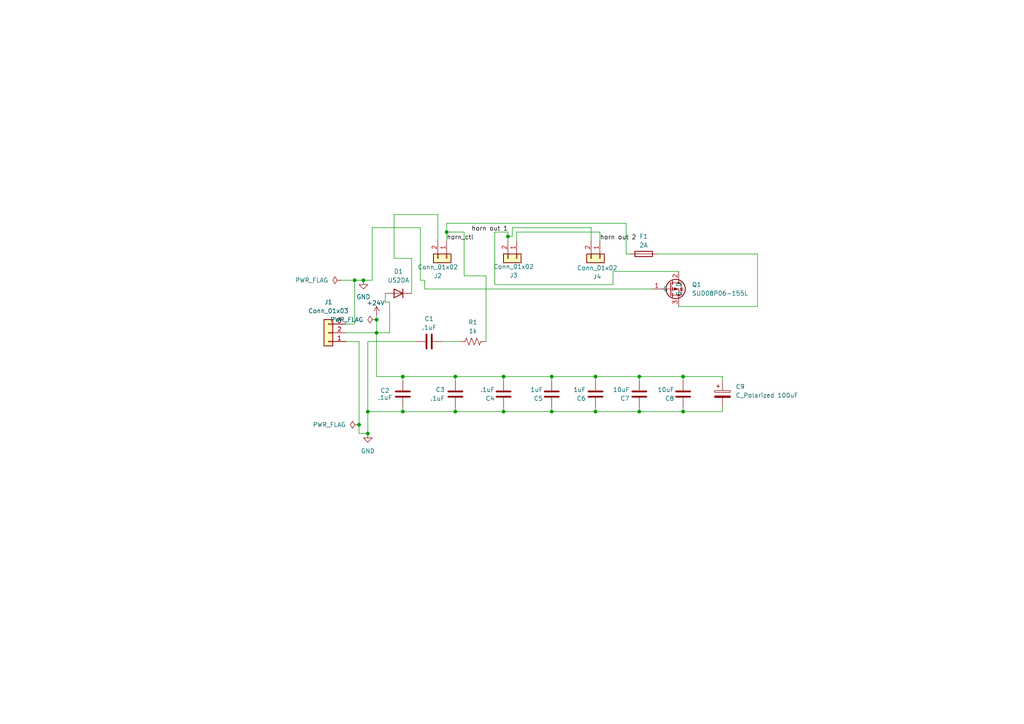
<source format=kicad_sch>
(kicad_sch (version 20231120) (generator "eeschema") (generator_version "8.0")
  (paper "A4")
  (title_block (title "Project 2 Horns") (date "2024-09-17") (rev "1.0") (company "Illini Solar Car") (comment 1 "Designed By: Isha Shah"))
  (lib_symbols
    (symbol "Connector_Generic:Conn_01x02" (pin_names (offset 1.016) hide)
      (property "Reference" "J" (at 0 2.54 0))
      (property "Value" "Conn_01x02" (at 0 -5.08 0))
      (symbol "Conn_01x02_1_1"
        (rectangle (start -1.27 -2.413) (end 0 -2.667) (stroke (width 0.1524)))
        (rectangle (start -1.27 0.127) (end 0 -0.127) (stroke (width 0.1524)))
        (rectangle (start -1.27 1.27) (end 1.27 -3.81) (stroke (width 0.254)) (fill (type background)))
        (pin passive line (at -5.08 0 0) (length 3.81) (name "Pin_1") (number "1"))
        (pin passive line (at -5.08 -2.54 0) (length 3.81) (name "Pin_2") (number "2"))
      )
    )
    (symbol "Connector_Generic:Conn_01x03" (pin_names (offset 1.016) hide)
      (property "Reference" "J" (at 0 5.08 0))
      (property "Value" "Conn_01x03" (at 0 -5.08 0))
      (symbol "Conn_01x03_1_1"
        (rectangle (start -1.27 -2.413) (end 0 -2.667) (stroke (width 0.1524)))
        (rectangle (start -1.27 0.127) (end 0 -0.127) (stroke (width 0.1524)))
        (rectangle (start -1.27 2.667) (end 0 2.413) (stroke (width 0.1524)))
        (rectangle (start -1.27 3.81) (end 1.27 -3.81) (stroke (width 0.254)) (fill (type background)))
        (pin passive line (at -5.08 2.54 0) (length 3.81) (name "Pin_1") (number "1"))
        (pin passive line (at -5.08 0 0) (length 3.81) (name "Pin_2") (number "2"))
        (pin passive line (at -5.08 -2.54 0) (length 3.81) (name "Pin_3") (number "3"))
      )
    )
    (symbol "Device:C" (pin_numbers hide) (pin_names (offset 0.254))
      (property "Reference" "C" (at 0.635 2.54 0))
      (property "Value" "C" (at 0.635 -2.54 0))
      (symbol "C_0_1"
        (polyline (pts (xy -2.032 -0.762) (xy 2.032 -0.762)) (stroke (width 0.508)))
        (polyline (pts (xy -2.032 0.762) (xy 2.032 0.762)) (stroke (width 0.508)))
      )
      (symbol "C_1_1"
        (pin passive line (at 0 3.81 270) (length 2.794) (name "~") (number "1"))
        (pin passive line (at 0 -3.81 90) (length 2.794) (name "~") (number "2"))
      )
    )
    (symbol "Device:Fuse" (pin_numbers hide) (pin_names (offset 0))
      (property "Reference" "F" (at 2.032 0 90))
      (property "Value" "Fuse" (at -1.905 0 90))
      (symbol "Fuse_0_1"
        (rectangle (start -0.762 -2.54) (end 0.762 2.54) (stroke (width 0.254)))
        (polyline (pts (xy 0 2.54) (xy 0 -2.54)))
      )
      (symbol "Fuse_1_1"
        (pin passive line (at 0 3.81 270) (length 1.27) (name "~") (number "1"))
        (pin passive line (at 0 -3.81 90) (length 1.27) (name "~") (number "2"))
      )
    )
    (symbol "Diode:US2DA" (pin_numbers hide) (pin_names (offset 1.016) hide)
      (property "Reference" "D" (at 0 2.54 0))
      (property "Value" "US2DA" (at 0 -2.54 0))
      (symbol "US2DA_0_1"
        (polyline (pts (xy -1.27 1.27) (xy -1.27 -1.27)) (stroke (width 0.254)))
        (polyline (pts (xy 1.27 0) (xy -1.27 0)))
        (polyline (pts (xy 1.27 1.27) (xy 1.27 -1.27) (xy -1.27 0) (xy 1.27 1.27)) (stroke (width 0.254)))
      )
      (symbol "US2DA_1_1"
        (pin passive line (at -3.81 0 0) (length 2.54) (name "K") (number "1"))
        (pin passive line (at 3.81 0 180) (length 2.54) (name "A") (number "2"))
      )
    )
    (symbol "Transistor_FET:SUD08P06-155L"
      (property "Reference" "Q" (at 4.953 1.905 0))
      (property "Value" "SUD08P06-155L" (at 4.953 0 0))
      (symbol "SUD08P06-155L_0_1"
        (polyline (pts (xy 0.254 0) (xy -2.54 0)))
        (polyline (pts (xy 0.254 1.905) (xy 0.254 -1.905)) (stroke (width 0.254)))
        (polyline (pts (xy 0.762 -1.27) (xy 0.762 -2.286)) (stroke (width 0.254)))
        (polyline (pts (xy 0.762 0.508) (xy 0.762 -0.508)) (stroke (width 0.254)))
        (polyline (pts (xy 0.762 2.286) (xy 0.762 1.27)) (stroke (width 0.254)))
        (polyline (pts (xy 2.54 2.54) (xy 2.54 1.778)))
        (polyline (pts (xy 2.54 -2.54) (xy 2.54 0) (xy 0.762 0)))
        (polyline (pts (xy 0.762 1.778) (xy 3.302 1.778) (xy 3.302 -1.778) (xy 0.762 -1.778)))
        (polyline (pts (xy 2.286 0) (xy 1.27 0.381) (xy 1.27 -0.381) (xy 2.286 0)) (fill (type outline)))
        (polyline (pts (xy 2.794 -0.508) (xy 2.921 -0.381) (xy 3.683 -0.381) (xy 3.81 -0.254)))
        (polyline (pts (xy 3.302 -0.381) (xy 2.921 0.254) (xy 3.683 0.254) (xy 3.302 -0.381)))
        (circle (center 1.651 0) (radius 2.794) (stroke (width 0.254)))
        (circle (center 2.54 -1.778) (radius 0.254) (fill (type outline)))
        (circle (center 2.54 1.778) (radius 0.254) (fill (type outline)))
      )
      (symbol "SUD08P06-155L_1_1"
        (pin input line (at -5.08 0 0) (length 2.54) (name "G") (number "1"))
        (pin passive line (at 2.54 5.08 270) (length 2.54) (name "D") (number "2"))
        (pin passive line (at 2.54 -5.08 90) (length 2.54) (name "S") (number "3"))
      )
    )
    (symbol "device:C_Polarized" (pin_numbers hide) (pin_names (offset 0.254))
      (property "Reference" "C" (at 0.635 2.54 0))
      (property "Value" "C_Polarized" (at 0.635 -2.54 0))
      (symbol "C_Polarized_0_1"
        (rectangle (start -2.286 0.508) (end 2.286 1.016))
        (polyline (pts (xy -1.778 2.286) (xy -0.762 2.286)))
        (polyline (pts (xy -1.27 2.794) (xy -1.27 1.778)))
        (rectangle (start 2.286 -0.508) (end -2.286 -1.016) (fill (type outline)))
      )
      (symbol "C_Polarized_1_1"
        (pin passive line (at 0 3.81 270) (length 2.794) (name "~") (number "1"))
        (pin passive line (at 0 -3.81 90) (length 2.794) (name "~") (number "2"))
      )
    )
    (symbol "device:R_US" (pin_numbers hide) (pin_names (offset 0))
      (property "Reference" "R" (at 2.54 0 90))
      (property "Value" "R_US" (at -2.54 0 90))
      (symbol "R_US_0_1"
        (polyline (pts (xy 0 -2.286) (xy 0 -2.54)))
        (polyline (pts (xy 0 2.286) (xy 0 2.54)))
        (polyline (pts (xy 0 -0.762) (xy 1.016 -1.143) (xy 0 -1.524) (xy -1.016 -1.905) (xy 0 -2.286)))
        (polyline (pts (xy 0 0.762) (xy 1.016 0.381) (xy 0 0) (xy -1.016 -0.381) (xy 0 -0.762)))
        (polyline (pts (xy 0 2.286) (xy 1.016 1.905) (xy 0 1.524) (xy -1.016 1.143) (xy 0 0.762)))
      )
      (symbol "R_US_1_1"
        (pin passive line (at 0 3.81 270) (length 1.27) (name "~") (number "1"))
        (pin passive line (at 0 -3.81 90) (length 1.27) (name "~") (number "2"))
      )
    )
    (symbol "power:+24V" (power) (pin_names (offset 0))
      (property "Value" "+24V" (at 0 3.556 0))
      (symbol "+24V_0_1"
        (polyline (pts (xy -0.762 1.27) (xy 0 2.54)))
        (polyline (pts (xy 0 0) (xy 0 2.54)))
        (polyline (pts (xy 0 2.54) (xy 0.762 1.27)))
      )
      (symbol "+24V_1_1"
        (pin power_in line (at 0 0 90) (length 0) hide (name "+24V") (number "1"))
      )
    )
    (symbol "power:GND" (power) (pin_names (offset 0))
      (property "Value" "GND" (at 0 -3.81 0))
      (symbol "GND_0_1"
        (polyline (pts (xy 0 0) (xy 0 -1.27) (xy 1.27 -1.27) (xy 0 -2.54) (xy -1.27 -1.27) (xy 0 -1.27)))
      )
      (symbol "GND_1_1"
        (pin power_in line (at 0 0 270) (length 0) hide (name "GND") (number "1"))
      )
    )
    (symbol "power:PWR_FLAG" (power) (pin_numbers hide) (pin_names (offset 0) hide)
      (property "Value" "PWR_FLAG" (at 0 3.81 0))
      (symbol "PWR_FLAG_0_0"
        (pin power_out line (at 0 0 90) (length 0) (name "pwr") (number "1"))
      )
      (symbol "PWR_FLAG_0_1"
        (polyline (pts (xy 0 0) (xy 0 1.27) (xy -1.016 1.905) (xy 0 2.54) (xy 1.016 1.905) (xy 0 1.27)))
      )
    )
  )
  (junction (at 109.22 96.52))
  (junction (at 116.84 109.22))
  (junction (at 132.08 109.22))
  (junction (at 160.02 109.22))
  (junction (at 172.72 119.38))
  (junction (at 185.42 109.22))
  (junction (at 172.72 109.22))
  (junction (at 106.68 119.38))
  (junction (at 106.68 125.73))
  (junction (at 147.32 68.58))
  (junction (at 160.02 119.38))
  (junction (at 109.22 92.71))
  (junction (at 129.54 67.31))
  (junction (at 185.42 119.38))
  (junction (at 198.12 119.38))
  (junction (at 102.87 81.28))
  (junction (at 132.08 119.38))
  (junction (at 104.14 123.19))
  (junction (at 146.05 119.38))
  (junction (at 146.05 109.22))
  (junction (at 116.84 119.38))
  (junction (at 198.12 109.22))
  (junction (at 105.41 81.28))
  (wire (pts (xy 160.02 119.38) (xy 172.72 119.38)))
  (wire (pts (xy 104.14 125.73) (xy 106.68 125.73)))
  (wire (pts (xy 114.3 62.23) (xy 127 62.23)))
  (wire (pts (xy 140.97 80.01) (xy 134.62 80.01)))
  (wire (pts (xy 181.61 64.77) (xy 181.61 73.66)))
  (wire (pts (xy 102.87 81.28) (xy 105.41 81.28)))
  (wire (pts (xy 116.84 109.22) (xy 109.22 109.22)))
  (wire (pts (xy 123.19 81.28) (xy 123.19 83.82)))
  (wire (pts (xy 119.38 85.09) (xy 119.38 74.93)))
  (wire (pts (xy 172.72 109.22) (xy 172.72 110.49)))
  (wire (pts (xy 119.38 74.93) (xy 114.3 74.93)))
  (wire (pts (xy 148.59 66.04) (xy 148.59 68.58)))
  (wire (pts (xy 172.72 119.38) (xy 172.72 118.11)))
  (wire (pts (xy 123.19 83.82) (xy 189.23 83.82)))
  (wire (pts (xy 129.54 67.31) (xy 129.54 64.77)))
  (wire (pts (xy 196.85 78.74) (xy 177.8 78.74)))
  (wire (pts (xy 146.05 109.22) (xy 146.05 110.49)))
  (wire (pts (xy 129.54 64.77) (xy 181.61 64.77)))
  (wire (pts (xy 198.12 109.22) (xy 198.12 110.49)))
  (wire (pts (xy 146.05 119.38) (xy 146.05 118.11)))
  (wire (pts (xy 177.8 78.74) (xy 177.8 82.55)))
  (wire (pts (xy 113.03 96.52) (xy 113.03 87.63)))
  (wire (pts (xy 198.12 109.22) (xy 209.55 109.22)))
  (wire (pts (xy 147.32 67.31) (xy 147.32 68.58)))
  (wire (pts (xy 109.22 96.52) (xy 113.03 96.52)))
  (wire (pts (xy 172.72 119.38) (xy 185.42 119.38)))
  (wire (pts (xy 160.02 109.22) (xy 172.72 109.22)))
  (wire (pts (xy 114.3 62.23) (xy 114.3 74.93)))
  (wire (pts (xy 106.68 119.38) (xy 116.84 119.38)))
  (wire (pts (xy 106.68 119.38) (xy 106.68 99.06)))
  (wire (pts (xy 219.71 88.9) (xy 196.85 88.9)))
  (wire (pts (xy 132.08 109.22) (xy 146.05 109.22)))
  (wire (pts (xy 116.84 119.38) (xy 132.08 119.38)))
  (wire (pts (xy 134.62 80.01) (xy 134.62 67.31)))
  (wire (pts (xy 190.5 73.66) (xy 219.71 73.66)))
  (wire (pts (xy 198.12 119.38) (xy 198.12 118.11)))
  (wire (pts (xy 121.92 66.04) (xy 107.95 66.04)))
  (wire (pts (xy 181.61 73.66) (xy 182.88 73.66)))
  (wire (pts (xy 171.45 66.04) (xy 148.59 66.04)))
  (wire (pts (xy 143.51 82.55) (xy 143.51 67.31)))
  (wire (pts (xy 109.22 109.22) (xy 109.22 96.52)))
  (wire (pts (xy 100.33 99.06) (xy 104.14 99.06)))
  (wire (pts (xy 107.95 66.04) (xy 107.95 81.28)))
  (wire (pts (xy 185.42 119.38) (xy 185.42 118.11)))
  (wire (pts (xy 121.92 81.28) (xy 123.19 81.28)))
  (wire (pts (xy 116.84 118.11) (xy 116.84 119.38)))
  (wire (pts (xy 104.14 99.06) (xy 104.14 123.19)))
  (wire (pts (xy 100.33 93.98) (xy 102.87 93.98)))
  (wire (pts (xy 128.27 99.06) (xy 133.35 99.06)))
  (wire (pts (xy 209.55 119.38) (xy 209.55 118.11)))
  (wire (pts (xy 132.08 119.38) (xy 146.05 119.38)))
  (wire (pts (xy 185.42 109.22) (xy 185.42 110.49)))
  (wire (pts (xy 113.03 87.63) (xy 111.76 87.63)))
  (wire (pts (xy 109.22 92.71) (xy 109.22 91.44)))
  (wire (pts (xy 100.33 96.52) (xy 109.22 96.52)))
  (wire (pts (xy 106.68 125.73) (xy 106.68 119.38)))
  (wire (pts (xy 102.87 81.28) (xy 102.87 93.98)))
  (wire (pts (xy 146.05 109.22) (xy 160.02 109.22)))
  (wire (pts (xy 109.22 96.52) (xy 109.22 92.71)))
  (wire (pts (xy 160.02 119.38) (xy 160.02 118.11)))
  (wire (pts (xy 149.86 67.31) (xy 173.99 67.31)))
  (wire (pts (xy 111.76 87.63) (xy 111.76 85.09)))
  (wire (pts (xy 177.8 82.55) (xy 143.51 82.55)))
  (wire (pts (xy 134.62 67.31) (xy 129.54 67.31)))
  (wire (pts (xy 127 62.23) (xy 127 69.85)))
  (wire (pts (xy 148.59 68.58) (xy 147.32 68.58)))
  (wire (pts (xy 129.54 67.31) (xy 129.54 69.85)))
  (wire (pts (xy 146.05 119.38) (xy 160.02 119.38)))
  (wire (pts (xy 171.45 66.04) (xy 171.45 69.85)))
  (wire (pts (xy 106.68 99.06) (xy 120.65 99.06)))
  (wire (pts (xy 140.97 99.06) (xy 140.97 80.01)))
  (wire (pts (xy 198.12 119.38) (xy 209.55 119.38)))
  (wire (pts (xy 209.55 109.22) (xy 209.55 110.49)))
  (wire (pts (xy 185.42 119.38) (xy 198.12 119.38)))
  (wire (pts (xy 107.95 81.28) (xy 105.41 81.28)))
  (wire (pts (xy 219.71 73.66) (xy 219.71 88.9)))
  (wire (pts (xy 160.02 109.22) (xy 160.02 110.49)))
  (wire (pts (xy 104.14 123.19) (xy 104.14 125.73)))
  (wire (pts (xy 99.06 81.28) (xy 102.87 81.28)))
  (wire (pts (xy 116.84 110.49) (xy 116.84 109.22)))
  (wire (pts (xy 149.86 69.85) (xy 149.86 67.31)))
  (wire (pts (xy 116.84 109.22) (xy 132.08 109.22)))
  (wire (pts (xy 132.08 118.11) (xy 132.08 119.38)))
  (wire (pts (xy 121.92 81.28) (xy 121.92 66.04)))
  (wire (pts (xy 132.08 109.22) (xy 132.08 110.49)))
  (wire (pts (xy 172.72 109.22) (xy 185.42 109.22)))
  (wire (pts (xy 173.99 67.31) (xy 173.99 69.85)))
  (wire (pts (xy 147.32 68.58) (xy 147.32 69.85)))
  (wire (pts (xy 185.42 109.22) (xy 198.12 109.22)))
  (wire (pts (xy 143.51 67.31) (xy 147.32 67.31)))
  (label "horn_ctl" (at 129.54 69.85 0))
  (label "horn out 1" (at 147.32 67.31 180))
  (label "horn out 2" (at 173.99 69.85 0))
  (symbol (lib_id "Device:Fuse") (at 186.69 73.66 90) (unit 1)
    (property "Reference" "F1" (at 186.69 68.58 90))
    (property "Value" "2A" (at 186.69 71.12 90))
    (property "Footprint" "layout:Fuse_1206_3216Metric" (effects (hide yes)))
    (property "Description" "Fuse" (effects (hide yes)))
  )
  (symbol (lib_id "Device:C") (at 132.08 114.3 180) (unit 1)
    (property "Reference" "C3" (at 129.032 113.03 0) (effects (justify left)))
    (property "Value" ".1uF" (at 129.032 115.57 0) (effects (justify left)))
    (property "Footprint" "Capacitor_SMD:C_0201_0603Metric_Pad0.64x0.40mm_HandSolder" (effects (hide yes)))
    (property "Description" "Unpolarized capacitor" (effects (hide yes)))
  )
  (symbol (lib_id "Transistor_FET:SUD08P06-155L") (at 194.31 83.82 0) (unit 1)
    (property "Reference" "Q1" (at 200.66 82.5499 0) (effects (justify left)))
    (property "Value" "SUD08P06-155L" (at 200.66 85.0899 0) (effects (justify left)))
    (property "Footprint" "Package_TO_SOT_SMD:TO-252-2" (effects (hide yes)))
    (property "Datasheet" "https://www.vishay.com/docs/62843/sud08p06-155l-ge3.pdf" (effects (hide yes)))
    (property "Description" "8.4A Id, 60V Vds, TrenchFET P-Channel Power MOSFET, 155mOhm Ron, 19nC Qg, -55 to 150 °C, TO-252-2" (effects (hide yes)))
    (property "MPN" "SUD08P06-155L-GE3" (effects (hide yes)))
  )
  (symbol (lib_id "power:PWR_FLAG") (at 99.06 81.28 90) (unit 1)
    (property "Reference" "#FLG02" (effects (hide yes)))
    (property "Value" "PWR_FLAG" (at 95.25 81.2799 90) (effects (justify left)))
    (property "Description" "Special symbol for telling ERC where power comes from" (effects (hide yes)))
  )
  (symbol (lib_id "Diode:US2DA") (at 115.57 85.09 180) (unit 1)
    (property "Reference" "D1" (at 115.57 78.74 0))
    (property "Value" "US2DA" (at 115.57 81.28 0))
    (property "Footprint" "Diode_SMD:D_SMA" (effects (hide yes)))
    (property "Datasheet" "https://www.onsemi.com/pub/Collateral/US2AA-D.PDF" (effects (hide yes)))
    (property "Description" "200V, 1.5A, General Purpose Rectifier Diode, SMA(DO-214AC)" (effects (hide yes)))
    (property "MPN" "US2AA-US2MA" (effects (hide yes)))
  )
  (symbol (lib_id "Device:C") (at 185.42 114.3 180) (unit 1)
    (property "Reference" "C7" (at 182.626 115.57 0) (effects (justify left)))
    (property "Value" "10uF" (at 182.626 113.03 0) (effects (justify left)))
    (property "Footprint" "Capacitor_SMD:C_0201_0603Metric_Pad0.64x0.40mm_HandSolder" (effects (hide yes)))
    (property "Description" "Unpolarized capacitor" (effects (hide yes)))
  )
  (symbol (lib_id "power:+24V") (at 109.22 91.44 0) (unit 1)
    (property "Reference" "#PWR03" (effects (hide yes)))
    (property "Value" "+24V" (at 108.966 87.884 0))
    (property "Description" "Power symbol creates a global label with name \"+24V\"" (effects (hide yes)))
  )
  (symbol (lib_id "Device:C") (at 124.46 99.06 90) (unit 1)
    (property "Reference" "C1" (at 124.46 92.456 90))
    (property "Value" ".1uF" (at 124.46 94.996 90))
    (property "Footprint" "Capacitor_SMD:C_0201_0603Metric_Pad0.64x0.40mm_HandSolder" (effects (hide yes)))
    (property "Description" "Unpolarized capacitor" (effects (hide yes)))
  )
  (symbol (lib_id "Connector_Generic:Conn_01x02") (at 129.54 74.93 270) (unit 1)
    (property "Reference" "J2" (at 127 80.01 90))
    (property "Value" "Conn_01x02" (at 127 77.47 90))
    (property "Footprint" "Connector_Molex:Molex_KK-254_AE-6410-02A_1x02_P2.54mm_Vertical" (effects (hide yes)))
    (property "Description" "Generic connector, single row, 01x02, script generated (kicad-library-utils/schlib/autogen/connector/)" (effects (hide yes)))
  )
  (symbol (lib_id "Connector_Generic:Conn_01x03") (at 95.25 96.52 180) (unit 1)
    (property "Reference" "J1" (at 95.25 87.63 0))
    (property "Value" "Conn_01x03" (at 95.25 90.17 0))
    (property "Footprint" "Connector_Molex:Molex_KK-254_AE-6410-03A_1x03_P2.54mm_Vertical" (effects (hide yes)))
    (property "Description" "Generic connector, single row, 01x03, script generated (kicad-library-utils/schlib/autogen/connector/)" (effects (hide yes)))
  )
  (symbol (lib_id "device:C_Polarized") (at 209.55 114.3 0) (unit 1)
    (property "Reference" "C9" (at 213.36 112.1409 0) (effects (justify left)))
    (property "Value" "C_Polarized 100uF" (at 213.36 114.6809 0) (effects (justify left)))
    (property "Footprint" "layout:CP_Radial_D13.0mm_P5.08mm" (effects (hide yes)))
    (property "Description" "Polarized capacitor" (effects (hide yes)))
  )
  (symbol (lib_id "Connector_Generic:Conn_01x02") (at 149.86 74.93 270) (unit 1)
    (property "Reference" "J3" (at 148.971 79.883 90))
    (property "Value" "Conn_01x02" (at 148.971 77.343 90))
    (property "Footprint" "Connector_Molex:Molex_KK-254_AE-6410-02A_1x02_P2.54mm_Vertical" (effects (hide yes)))
    (property "Description" "Generic connector, single row, 01x02, script generated (kicad-library-utils/schlib/autogen/connector/)" (effects (hide yes)))
  )
  (symbol (lib_id "Device:C") (at 160.02 114.3 180) (unit 1)
    (property "Reference" "C5" (at 157.48 115.57 0) (effects (justify left)))
    (property "Value" "1uF" (at 157.48 113.03 0) (effects (justify left)))
    (property "Footprint" "Capacitor_SMD:C_0201_0603Metric_Pad0.64x0.40mm_HandSolder" (effects (hide yes)))
    (property "Description" "Unpolarized capacitor" (effects (hide yes)))
  )
  (symbol (lib_id "device:R_US") (at 137.16 99.06 90) (unit 1)
    (property "Reference" "R1" (at 137.16 93.472 90))
    (property "Value" "1k" (at 137.16 96.012 90))
    (property "Footprint" "Resistor_SMD:R_0603_1608Metric_Pad0.98x0.95mm_HandSolder" (effects (hide yes)))
    (property "Description" "Resistor, US symbol" (effects (hide yes)))
  )
  (symbol (lib_id "Device:C") (at 198.12 114.3 180) (unit 1)
    (property "Reference" "C8" (at 195.58 115.57 0) (effects (justify left)))
    (property "Value" "10uF" (at 195.58 113.03 0) (effects (justify left)))
    (property "Footprint" "Capacitor_SMD:C_0201_0603Metric_Pad0.64x0.40mm_HandSolder" (effects (hide yes)))
    (property "Description" "Unpolarized capacitor" (effects (hide yes)))
  )
  (symbol (lib_id "power:PWR_FLAG") (at 109.22 92.71 90) (unit 1)
    (property "Reference" "#FLG01" (effects (hide yes)))
    (property "Value" "PWR_FLAG" (at 105.41 92.7099 90) (effects (justify left)))
    (property "Description" "Special symbol for telling ERC where power comes from" (effects (hide yes)))
  )
  (symbol (lib_id "power:PWR_FLAG") (at 104.14 123.19 90) (unit 1)
    (property "Reference" "#FLG03" (effects (hide yes)))
    (property "Value" "PWR_FLAG" (at 100.33 123.1899 90) (effects (justify left)))
    (property "Description" "Special symbol for telling ERC where power comes from" (effects (hide yes)))
  )
  (symbol (lib_id "Device:C") (at 172.72 114.3 180) (unit 1)
    (property "Reference" "C6" (at 169.926 115.57 0) (effects (justify left)))
    (property "Value" "1uF" (at 169.926 113.03 0) (effects (justify left)))
    (property "Footprint" "Capacitor_SMD:C_0201_0603Metric_Pad0.64x0.40mm_HandSolder" (effects (hide yes)))
    (property "Description" "Unpolarized capacitor" (effects (hide yes)))
  )
  (symbol (lib_id "Connector_Generic:Conn_01x02") (at 173.99 74.93 270) (unit 1)
    (property "Reference" "J4" (at 173.228 80.264 90))
    (property "Value" "Conn_01x02" (at 173.228 77.724 90))
    (property "Footprint" "Connector_Molex:Molex_KK-254_AE-6410-02A_1x02_P2.54mm_Vertical" (effects (hide yes)))
    (property "Description" "Generic connector, single row, 01x02, script generated (kicad-library-utils/schlib/autogen/connector/)" (effects (hide yes)))
  )
  (symbol (lib_id "power:GND") (at 106.68 125.73 0) (unit 1)
    (property "Reference" "#PWR01" (effects (hide yes)))
    (property "Value" "GND" (at 106.68 130.81 0))
    (property "Description" "Power symbol creates a global label with name \"GND\" , ground" (effects (hide yes)))
  )
  (symbol (lib_id "Device:C") (at 146.05 114.3 180) (unit 1)
    (property "Reference" "C4" (at 143.51 115.57 0) (effects (justify left)))
    (property "Value" ".1uF" (at 143.51 113.03 0) (effects (justify left)))
    (property "Footprint" "Capacitor_SMD:C_0201_0603Metric_Pad0.64x0.40mm_HandSolder" (effects (hide yes)))
    (property "Description" "Unpolarized capacitor" (effects (hide yes)))
  )
  (symbol (lib_id "Device:C") (at 116.84 114.3 180) (unit 1)
    (property "Reference" "C2" (at 113.03 113.284 0) (effects (justify left)))
    (property "Value" ".1uF" (at 113.792 115.316 0) (effects (justify left)))
    (property "Footprint" "Capacitor_SMD:C_0201_0603Metric_Pad0.64x0.40mm_HandSolder" (effects (hide yes)))
    (property "Description" "Unpolarized capacitor" (effects (hide yes)))
  )
  (symbol (lib_id "power:GND") (at 105.41 81.28 0) (unit 1)
    (property "Reference" "#PWR02" (effects (hide yes)))
    (property "Value" "GND" (at 105.41 86.106 0))
    (property "Description" "Power symbol creates a global label with name \"GND\" , ground" (effects (hide yes)))
  )
)
</source>
